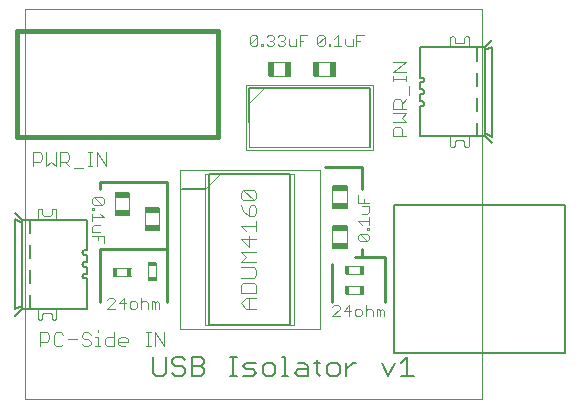
<source format=gto>
G75*
%MOIN*%
%OFA0B0*%
%FSLAX24Y24*%
%IPPOS*%
%LPD*%
%AMOC8*
5,1,8,0,0,1.08239X$1,22.5*
%
%ADD10C,0.0000*%
%ADD11C,0.0040*%
%ADD12C,0.0060*%
%ADD13C,0.0030*%
%ADD14C,0.0100*%
%ADD15C,0.0020*%
%ADD16C,0.0039*%
%ADD17C,0.0079*%
%ADD18C,0.0050*%
%ADD19R,0.0315X0.0138*%
%ADD20R,0.0138X0.0315*%
%ADD21R,0.0512X0.0197*%
%ADD22C,0.0160*%
%ADD23R,0.0197X0.0512*%
D10*
X000458Y000150D02*
X000458Y013150D01*
X015708Y013150D01*
X015708Y000150D01*
X000458Y000150D01*
D11*
X000978Y001920D02*
X000978Y002380D01*
X001208Y002380D01*
X001285Y002304D01*
X001285Y002150D01*
X001208Y002073D01*
X000978Y002073D01*
X001438Y001997D02*
X001438Y002304D01*
X001515Y002380D01*
X001668Y002380D01*
X001745Y002304D01*
X001898Y002150D02*
X002205Y002150D01*
X002359Y002227D02*
X002359Y002304D01*
X002436Y002380D01*
X002589Y002380D01*
X002666Y002304D01*
X002819Y002227D02*
X002896Y002227D01*
X002896Y001920D01*
X002819Y001920D02*
X002973Y001920D01*
X003126Y001997D02*
X003126Y002150D01*
X003203Y002227D01*
X003433Y002227D01*
X003433Y002380D02*
X003433Y001920D01*
X003203Y001920D01*
X003126Y001997D01*
X002896Y002380D02*
X002896Y002457D01*
X002589Y002150D02*
X002666Y002073D01*
X002666Y001997D01*
X002589Y001920D01*
X002436Y001920D01*
X002359Y001997D01*
X002436Y002150D02*
X002589Y002150D01*
X002436Y002150D02*
X002359Y002227D01*
X001745Y001997D02*
X001668Y001920D01*
X001515Y001920D01*
X001438Y001997D01*
X001444Y002799D02*
X001429Y002801D01*
X001414Y002805D01*
X001400Y002812D01*
X001388Y002822D01*
X001378Y002834D01*
X001371Y002848D01*
X001367Y002863D01*
X001365Y002878D01*
X001365Y002957D01*
X001363Y002972D01*
X001359Y002987D01*
X001352Y003001D01*
X001342Y003013D01*
X001330Y003023D01*
X001316Y003030D01*
X001301Y003034D01*
X001286Y003036D01*
X001129Y003036D01*
X001114Y003034D01*
X001099Y003030D01*
X001085Y003023D01*
X001073Y003013D01*
X001063Y003001D01*
X001056Y002987D01*
X001052Y002972D01*
X001050Y002957D01*
X001050Y002878D01*
X001048Y002863D01*
X001044Y002848D01*
X001037Y002834D01*
X001027Y002822D01*
X001015Y002812D01*
X001001Y002805D01*
X000986Y002801D01*
X000971Y002799D01*
X000956Y002801D01*
X000941Y002805D01*
X000927Y002812D01*
X000915Y002822D01*
X000905Y002834D01*
X000898Y002848D01*
X000894Y002863D01*
X000892Y002878D01*
X000893Y002878D02*
X000893Y003174D01*
X001444Y002799D02*
X001459Y002801D01*
X001474Y002805D01*
X001488Y002812D01*
X001500Y002822D01*
X001510Y002834D01*
X001517Y002848D01*
X001521Y002863D01*
X001523Y002878D01*
X001523Y003174D01*
X003422Y004262D02*
X003993Y004262D01*
X003993Y004538D02*
X003422Y004538D01*
X004570Y004685D02*
X004570Y004115D01*
X004845Y004115D02*
X004845Y004685D01*
X004944Y005786D02*
X004944Y006514D01*
X004471Y006514D02*
X004471Y005786D01*
X003944Y006286D02*
X003944Y007014D01*
X003471Y007014D02*
X003471Y006286D01*
X001523Y006422D02*
X001523Y006126D01*
X001365Y006343D02*
X001365Y006422D01*
X001367Y006437D01*
X001371Y006452D01*
X001378Y006466D01*
X001388Y006478D01*
X001400Y006488D01*
X001414Y006495D01*
X001429Y006499D01*
X001444Y006501D01*
X001459Y006499D01*
X001474Y006495D01*
X001488Y006488D01*
X001500Y006478D01*
X001510Y006466D01*
X001517Y006452D01*
X001521Y006437D01*
X001523Y006422D01*
X001365Y006343D02*
X001363Y006328D01*
X001359Y006313D01*
X001352Y006299D01*
X001342Y006287D01*
X001330Y006277D01*
X001316Y006270D01*
X001301Y006266D01*
X001286Y006264D01*
X001129Y006264D01*
X001114Y006266D01*
X001099Y006270D01*
X001085Y006277D01*
X001073Y006287D01*
X001063Y006299D01*
X001056Y006313D01*
X001052Y006328D01*
X001050Y006343D01*
X001050Y006422D01*
X001048Y006437D01*
X001044Y006452D01*
X001037Y006466D01*
X001027Y006478D01*
X001015Y006488D01*
X001001Y006495D01*
X000986Y006499D01*
X000971Y006501D01*
X000956Y006499D01*
X000941Y006495D01*
X000927Y006488D01*
X000915Y006478D01*
X000905Y006466D01*
X000898Y006452D01*
X000894Y006437D01*
X000892Y006422D01*
X000893Y006422D02*
X000893Y006126D01*
X002109Y007843D02*
X002416Y007843D01*
X002569Y007920D02*
X002723Y007920D01*
X002646Y007920D02*
X002646Y008380D01*
X002569Y008380D02*
X002723Y008380D01*
X002876Y008380D02*
X003183Y007920D01*
X003183Y008380D01*
X002876Y008380D02*
X002876Y007920D01*
X001955Y007920D02*
X001802Y008073D01*
X001879Y008073D02*
X001648Y008073D01*
X001648Y007920D02*
X001648Y008380D01*
X001879Y008380D01*
X001955Y008304D01*
X001955Y008150D01*
X001879Y008073D01*
X001495Y007920D02*
X001495Y008380D01*
X001188Y008380D02*
X001188Y007920D01*
X001342Y008073D01*
X001495Y007920D01*
X001035Y008150D02*
X000958Y008073D01*
X000728Y008073D01*
X000728Y007920D02*
X000728Y008380D01*
X000958Y008380D01*
X001035Y008304D01*
X001035Y008150D01*
X007667Y007040D02*
X007667Y006866D01*
X007754Y006779D01*
X008101Y006779D01*
X007754Y007126D01*
X008101Y007126D01*
X008188Y007040D01*
X008188Y006866D01*
X008101Y006779D01*
X008101Y006611D02*
X008014Y006611D01*
X007927Y006524D01*
X007927Y006264D01*
X008101Y006264D01*
X008188Y006351D01*
X008188Y006524D01*
X008101Y006611D01*
X007754Y006437D02*
X007927Y006264D01*
X007754Y006437D02*
X007667Y006611D01*
X007667Y007040D02*
X007754Y007126D01*
X008188Y006095D02*
X008188Y005748D01*
X008188Y005922D02*
X007667Y005922D01*
X007841Y005748D01*
X007927Y005580D02*
X007927Y005233D01*
X007667Y005493D01*
X008188Y005493D01*
X008188Y005064D02*
X007667Y005064D01*
X007841Y004890D01*
X007667Y004717D01*
X008188Y004717D01*
X008101Y004548D02*
X007667Y004548D01*
X008101Y004548D02*
X008188Y004462D01*
X008188Y004288D01*
X008101Y004201D01*
X007667Y004201D01*
X007754Y004033D02*
X007667Y003946D01*
X007667Y003686D01*
X008188Y003686D01*
X008188Y003946D01*
X008101Y004033D01*
X007754Y004033D01*
X007841Y003517D02*
X008188Y003517D01*
X007927Y003517D02*
X007927Y003170D01*
X007841Y003170D02*
X007667Y003343D01*
X007841Y003517D01*
X007841Y003170D02*
X008188Y003170D01*
X011172Y003662D02*
X011743Y003662D01*
X011743Y003938D02*
X011172Y003938D01*
X011172Y004312D02*
X011743Y004312D01*
X011743Y004588D02*
X011172Y004588D01*
X011194Y005186D02*
X011194Y005914D01*
X010721Y005914D02*
X010721Y005186D01*
X010721Y006536D02*
X010721Y007264D01*
X011194Y007264D02*
X011194Y006536D01*
X012727Y008920D02*
X012727Y009150D01*
X012804Y009227D01*
X012957Y009227D01*
X013034Y009150D01*
X013034Y008920D01*
X013188Y008920D02*
X012727Y008920D01*
X012727Y009380D02*
X013188Y009380D01*
X013034Y009534D01*
X013188Y009687D01*
X012727Y009687D01*
X012727Y009841D02*
X012727Y010071D01*
X012804Y010148D01*
X012957Y010148D01*
X013034Y010071D01*
X013034Y009841D01*
X013188Y009841D02*
X012727Y009841D01*
X013034Y009994D02*
X013188Y010148D01*
X013264Y010301D02*
X013264Y010608D01*
X013188Y010762D02*
X013188Y010915D01*
X013188Y010838D02*
X012727Y010838D01*
X012727Y010762D02*
X012727Y010915D01*
X012727Y011068D02*
X013188Y011375D01*
X012727Y011375D01*
X012727Y011068D02*
X013188Y011068D01*
X014643Y011876D02*
X014643Y012172D01*
X014721Y012251D02*
X014736Y012249D01*
X014751Y012245D01*
X014765Y012238D01*
X014777Y012228D01*
X014787Y012216D01*
X014794Y012202D01*
X014798Y012187D01*
X014800Y012172D01*
X014800Y012093D01*
X014802Y012078D01*
X014806Y012063D01*
X014813Y012049D01*
X014823Y012037D01*
X014835Y012027D01*
X014849Y012020D01*
X014864Y012016D01*
X014879Y012014D01*
X015036Y012014D01*
X015051Y012016D01*
X015066Y012020D01*
X015080Y012027D01*
X015092Y012037D01*
X015102Y012049D01*
X015109Y012063D01*
X015113Y012078D01*
X015115Y012093D01*
X015115Y012172D01*
X015117Y012187D01*
X015121Y012202D01*
X015128Y012216D01*
X015138Y012228D01*
X015150Y012238D01*
X015164Y012245D01*
X015179Y012249D01*
X015194Y012251D01*
X015209Y012249D01*
X015224Y012245D01*
X015238Y012238D01*
X015250Y012228D01*
X015260Y012216D01*
X015267Y012202D01*
X015271Y012187D01*
X015273Y012172D01*
X015273Y011876D01*
X014721Y012251D02*
X014706Y012249D01*
X014691Y012245D01*
X014677Y012238D01*
X014665Y012228D01*
X014655Y012216D01*
X014648Y012202D01*
X014644Y012187D01*
X014642Y012172D01*
X010822Y011386D02*
X010094Y011386D01*
X010094Y010914D02*
X010822Y010914D01*
X009322Y010914D02*
X008594Y010914D01*
X008594Y011386D02*
X009322Y011386D01*
X014643Y008924D02*
X014643Y008628D01*
X014721Y008549D02*
X014736Y008551D01*
X014751Y008555D01*
X014765Y008562D01*
X014777Y008572D01*
X014787Y008584D01*
X014794Y008598D01*
X014798Y008613D01*
X014800Y008628D01*
X014800Y008707D01*
X014802Y008722D01*
X014806Y008737D01*
X014813Y008751D01*
X014823Y008763D01*
X014835Y008773D01*
X014849Y008780D01*
X014864Y008784D01*
X014879Y008786D01*
X015036Y008786D01*
X015051Y008784D01*
X015066Y008780D01*
X015080Y008773D01*
X015092Y008763D01*
X015102Y008751D01*
X015109Y008737D01*
X015113Y008722D01*
X015115Y008707D01*
X015115Y008628D01*
X015117Y008613D01*
X015121Y008598D01*
X015128Y008584D01*
X015138Y008572D01*
X015150Y008562D01*
X015164Y008555D01*
X015179Y008551D01*
X015194Y008549D01*
X015209Y008551D01*
X015224Y008555D01*
X015238Y008562D01*
X015250Y008572D01*
X015260Y008584D01*
X015267Y008598D01*
X015271Y008613D01*
X015273Y008628D01*
X015273Y008924D01*
X014721Y008549D02*
X014706Y008551D01*
X014691Y008555D01*
X014677Y008562D01*
X014665Y008572D01*
X014655Y008584D01*
X014648Y008598D01*
X014644Y008613D01*
X014642Y008628D01*
X005121Y002380D02*
X005121Y001920D01*
X004814Y002380D01*
X004814Y001920D01*
X004661Y001920D02*
X004507Y001920D01*
X004584Y001920D02*
X004584Y002380D01*
X004507Y002380D02*
X004661Y002380D01*
X003893Y002150D02*
X003893Y002073D01*
X003587Y002073D01*
X003587Y001997D02*
X003587Y002150D01*
X003663Y002227D01*
X003817Y002227D01*
X003893Y002150D01*
X003817Y001920D02*
X003663Y001920D01*
X003587Y001997D01*
D12*
X004738Y001571D02*
X004738Y001037D01*
X004844Y000930D01*
X005058Y000930D01*
X005165Y001037D01*
X005165Y001571D01*
X005382Y001464D02*
X005382Y001357D01*
X005489Y001250D01*
X005703Y001250D01*
X005809Y001144D01*
X005809Y001037D01*
X005703Y000930D01*
X005489Y000930D01*
X005382Y001037D01*
X006027Y000930D02*
X006347Y000930D01*
X006454Y001037D01*
X006454Y001144D01*
X006347Y001250D01*
X006027Y001250D01*
X005809Y001464D02*
X005703Y001571D01*
X005489Y001571D01*
X005382Y001464D01*
X006027Y001571D02*
X006347Y001571D01*
X006454Y001464D01*
X006454Y001357D01*
X006347Y001250D01*
X006027Y000930D02*
X006027Y001571D01*
X007316Y001571D02*
X007529Y001571D01*
X007423Y001571D02*
X007423Y000930D01*
X007529Y000930D02*
X007316Y000930D01*
X007746Y000930D02*
X008066Y000930D01*
X008173Y001037D01*
X008066Y001144D01*
X007852Y001144D01*
X007746Y001250D01*
X007852Y001357D01*
X008173Y001357D01*
X008390Y001250D02*
X008390Y001037D01*
X008497Y000930D01*
X008710Y000930D01*
X008817Y001037D01*
X008817Y001250D01*
X008710Y001357D01*
X008497Y001357D01*
X008390Y001250D01*
X009035Y000930D02*
X009248Y000930D01*
X009141Y000930D02*
X009141Y001571D01*
X009035Y001571D01*
X009571Y001357D02*
X009785Y001357D01*
X009891Y001250D01*
X009891Y000930D01*
X009571Y000930D01*
X009464Y001037D01*
X009571Y001144D01*
X009891Y001144D01*
X010216Y001037D02*
X010322Y000930D01*
X010216Y001037D02*
X010216Y001464D01*
X010322Y001357D02*
X010109Y001357D01*
X010539Y001250D02*
X010539Y001037D01*
X010645Y000930D01*
X010859Y000930D01*
X010966Y001037D01*
X010966Y001250D01*
X010859Y001357D01*
X010645Y001357D01*
X010539Y001250D01*
X011183Y001144D02*
X011397Y001357D01*
X011503Y001357D01*
X011183Y001357D02*
X011183Y000930D01*
X012365Y001357D02*
X012578Y000930D01*
X012792Y001357D01*
X013009Y001357D02*
X013223Y001571D01*
X013223Y000930D01*
X013436Y000930D02*
X013009Y000930D01*
D13*
X012443Y002915D02*
X012443Y003100D01*
X012381Y003162D01*
X012319Y003100D01*
X012319Y002915D01*
X012196Y002915D02*
X012196Y003162D01*
X012258Y003162D01*
X012319Y003100D01*
X012074Y003100D02*
X012074Y002915D01*
X011828Y002915D02*
X011828Y003285D01*
X011889Y003162D02*
X012013Y003162D01*
X012074Y003100D01*
X011889Y003162D02*
X011828Y003100D01*
X011706Y003100D02*
X011706Y002977D01*
X011644Y002915D01*
X011521Y002915D01*
X011459Y002977D01*
X011459Y003100D01*
X011521Y003162D01*
X011644Y003162D01*
X011706Y003100D01*
X011338Y003100D02*
X011091Y003100D01*
X011276Y003285D01*
X011276Y002915D01*
X010970Y002915D02*
X010723Y002915D01*
X010970Y003162D01*
X010970Y003224D01*
X010908Y003285D01*
X010784Y003285D01*
X010723Y003224D01*
X011634Y005415D02*
X011572Y005477D01*
X011572Y005600D01*
X011634Y005662D01*
X011881Y005415D01*
X011943Y005477D01*
X011943Y005600D01*
X011881Y005662D01*
X011634Y005662D01*
X011881Y005783D02*
X011881Y005845D01*
X011943Y005845D01*
X011943Y005783D01*
X011881Y005783D01*
X011943Y005967D02*
X011943Y006214D01*
X011943Y006091D02*
X011572Y006091D01*
X011696Y005967D01*
X011696Y006336D02*
X011881Y006336D01*
X011943Y006398D01*
X011943Y006583D01*
X011696Y006583D01*
X011758Y006704D02*
X011758Y006828D01*
X011943Y006704D02*
X011572Y006704D01*
X011572Y006951D01*
X011634Y005415D02*
X011881Y005415D01*
X004943Y003350D02*
X004943Y003165D01*
X004819Y003165D02*
X004819Y003350D01*
X004881Y003412D01*
X004943Y003350D01*
X004819Y003350D02*
X004758Y003412D01*
X004696Y003412D01*
X004696Y003165D01*
X004574Y003165D02*
X004574Y003350D01*
X004513Y003412D01*
X004389Y003412D01*
X004328Y003350D01*
X004206Y003350D02*
X004144Y003412D01*
X004021Y003412D01*
X003959Y003350D01*
X003959Y003227D01*
X004021Y003165D01*
X004144Y003165D01*
X004206Y003227D01*
X004206Y003350D01*
X004328Y003535D02*
X004328Y003165D01*
X003838Y003350D02*
X003591Y003350D01*
X003776Y003535D01*
X003776Y003165D01*
X003470Y003165D02*
X003223Y003165D01*
X003470Y003412D01*
X003470Y003474D01*
X003408Y003535D01*
X003284Y003535D01*
X003223Y003474D01*
X003093Y005349D02*
X003093Y005596D01*
X002723Y005596D01*
X002723Y005717D02*
X002970Y005717D01*
X002908Y005596D02*
X002908Y005472D01*
X002723Y005717D02*
X002723Y005902D01*
X002784Y005964D01*
X002970Y005964D01*
X002723Y006086D02*
X002723Y006333D01*
X002723Y006455D02*
X002723Y006517D01*
X002784Y006517D01*
X002784Y006455D01*
X002723Y006455D01*
X002784Y006638D02*
X002723Y006700D01*
X002723Y006823D01*
X002784Y006885D01*
X003031Y006638D01*
X002784Y006638D01*
X003031Y006638D02*
X003093Y006700D01*
X003093Y006823D01*
X003031Y006885D01*
X002784Y006885D01*
X002970Y006333D02*
X003093Y006209D01*
X002723Y006209D01*
X008034Y011915D02*
X007973Y011977D01*
X008220Y012224D01*
X008220Y011977D01*
X008158Y011915D01*
X008034Y011915D01*
X007973Y011977D02*
X007973Y012224D01*
X008034Y012285D01*
X008158Y012285D01*
X008220Y012224D01*
X008341Y011977D02*
X008403Y011977D01*
X008403Y011915D01*
X008341Y011915D01*
X008341Y011977D01*
X008525Y011977D02*
X008587Y011915D01*
X008710Y011915D01*
X008772Y011977D01*
X008772Y012038D01*
X008710Y012100D01*
X008649Y012100D01*
X008710Y012100D02*
X008772Y012162D01*
X008772Y012224D01*
X008710Y012285D01*
X008587Y012285D01*
X008525Y012224D01*
X008893Y012224D02*
X008955Y012285D01*
X009079Y012285D01*
X009140Y012224D01*
X009140Y012162D01*
X009079Y012100D01*
X009140Y012038D01*
X009140Y011977D01*
X009079Y011915D01*
X008955Y011915D01*
X008893Y011977D01*
X009017Y012100D02*
X009079Y012100D01*
X009262Y012162D02*
X009262Y011977D01*
X009323Y011915D01*
X009509Y011915D01*
X009509Y012162D01*
X009630Y012100D02*
X009754Y012100D01*
X009630Y011915D02*
X009630Y012285D01*
X009877Y012285D01*
X010223Y012224D02*
X010284Y012285D01*
X010408Y012285D01*
X010470Y012224D01*
X010223Y011977D01*
X010284Y011915D01*
X010408Y011915D01*
X010470Y011977D01*
X010470Y012224D01*
X010591Y011977D02*
X010653Y011977D01*
X010653Y011915D01*
X010591Y011915D01*
X010591Y011977D01*
X010775Y011915D02*
X011022Y011915D01*
X010899Y011915D02*
X010899Y012285D01*
X010775Y012162D01*
X011143Y012162D02*
X011143Y011977D01*
X011205Y011915D01*
X011390Y011915D01*
X011390Y012162D01*
X011512Y012100D02*
X011635Y012100D01*
X011512Y011915D02*
X011512Y012285D01*
X011759Y012285D01*
X010223Y012224D02*
X010223Y011977D01*
D14*
X010458Y007900D02*
X011708Y007900D01*
X011708Y007150D01*
X011708Y005150D02*
X011708Y004900D01*
X011458Y004900D01*
X011708Y004900D02*
X012458Y004900D01*
X012458Y003400D01*
X010708Y003400D02*
X010708Y004650D01*
X005208Y005150D02*
X005208Y003400D01*
X002958Y003400D02*
X002958Y005150D01*
X005208Y005150D01*
X005208Y007400D01*
X002958Y007400D01*
X002958Y007150D01*
D15*
X005625Y007807D02*
X005625Y002493D01*
X010290Y002493D01*
X010290Y007807D01*
X005625Y007807D01*
X007832Y008455D02*
X007832Y010620D01*
X012084Y010620D01*
X012084Y008455D01*
X007832Y008455D01*
D16*
X007930Y008554D02*
X007930Y010522D01*
X011985Y010522D01*
X011985Y008554D01*
X007930Y008554D01*
X006981Y007670D02*
X006481Y007170D01*
X006481Y007670D02*
X006481Y002630D01*
X009434Y002630D01*
X009434Y007670D01*
X006481Y007670D01*
X007930Y010022D02*
X008430Y010522D01*
D17*
X007930Y010522D02*
X007930Y009400D01*
X007930Y010522D02*
X011985Y010522D01*
X011985Y008554D01*
X009296Y007670D02*
X009296Y002630D01*
X006619Y002630D01*
X006619Y007670D01*
X009296Y007670D01*
X006481Y007166D02*
X005723Y007166D01*
X012788Y006611D02*
X013536Y006611D01*
X012788Y006611D02*
X012788Y001689D01*
X013536Y001689D01*
X012788Y001689D02*
X018458Y001689D01*
X015308Y001689D01*
X012788Y001689D02*
X012788Y006611D01*
X018458Y006611D01*
X015308Y006611D01*
X018458Y006611D02*
X018458Y001689D01*
X018458Y006611D01*
D18*
X016040Y008687D02*
X015804Y008924D01*
X015804Y009022D01*
X016040Y008904D01*
X016040Y011896D01*
X015804Y011778D01*
X015804Y011876D01*
X016040Y012113D01*
X015804Y011876D02*
X014643Y011876D01*
X013639Y011876D01*
X013639Y010872D01*
X013698Y010872D01*
X013777Y010794D02*
X013775Y010776D01*
X013769Y010760D01*
X013760Y010745D01*
X013747Y010732D01*
X013732Y010723D01*
X013716Y010717D01*
X013698Y010715D01*
X013639Y010715D01*
X013639Y010479D01*
X013698Y010479D01*
X013777Y010400D02*
X013775Y010382D01*
X013769Y010366D01*
X013760Y010351D01*
X013747Y010338D01*
X013732Y010329D01*
X013716Y010323D01*
X013698Y010321D01*
X013639Y010321D01*
X013639Y010085D01*
X013698Y010085D01*
X013777Y010006D02*
X013775Y009988D01*
X013769Y009972D01*
X013760Y009957D01*
X013747Y009944D01*
X013732Y009935D01*
X013716Y009929D01*
X013698Y009927D01*
X013698Y009928D02*
X013639Y009928D01*
X013639Y008924D01*
X015804Y008924D01*
X015804Y009022D02*
X015804Y011778D01*
X015529Y011876D02*
X015529Y011433D01*
X015529Y011040D02*
X015529Y010597D01*
X015529Y010203D02*
X015529Y009760D01*
X015529Y009367D02*
X015529Y008924D01*
X015332Y008924D01*
X014584Y008924D02*
X014426Y008924D01*
X013639Y009593D02*
X013639Y009809D01*
X013777Y010006D02*
X013775Y010024D01*
X013769Y010040D01*
X013760Y010055D01*
X013747Y010068D01*
X013732Y010077D01*
X013716Y010083D01*
X013698Y010085D01*
X013777Y010400D02*
X013775Y010418D01*
X013769Y010434D01*
X013760Y010449D01*
X013747Y010462D01*
X013732Y010471D01*
X013716Y010477D01*
X013698Y010479D01*
X013777Y010794D02*
X013775Y010812D01*
X013769Y010828D01*
X013760Y010843D01*
X013747Y010856D01*
X013732Y010865D01*
X013716Y010871D01*
X013698Y010873D01*
X013639Y010991D02*
X013639Y011207D01*
X014426Y011876D02*
X014584Y011876D01*
X015332Y011876D02*
X015529Y011876D01*
X002527Y006126D02*
X002527Y005122D01*
X002468Y005122D01*
X002389Y005044D02*
X002391Y005026D01*
X002397Y005010D01*
X002406Y004995D01*
X002419Y004982D01*
X002434Y004973D01*
X002450Y004967D01*
X002468Y004965D01*
X002527Y004965D01*
X002527Y004729D01*
X002468Y004729D01*
X002389Y004650D02*
X002391Y004632D01*
X002397Y004616D01*
X002406Y004601D01*
X002419Y004588D01*
X002434Y004579D01*
X002450Y004573D01*
X002468Y004571D01*
X002527Y004571D01*
X002527Y004335D01*
X002468Y004335D01*
X002389Y004256D02*
X002391Y004238D01*
X002397Y004222D01*
X002406Y004207D01*
X002419Y004194D01*
X002434Y004185D01*
X002450Y004179D01*
X002468Y004177D01*
X002468Y004178D02*
X002527Y004178D01*
X002527Y003174D01*
X001523Y003174D01*
X000361Y003174D01*
X000125Y002937D01*
X000125Y003154D02*
X000361Y003272D01*
X000361Y003174D01*
X000361Y003272D02*
X000361Y006028D01*
X000125Y006146D01*
X000125Y003154D01*
X000637Y003174D02*
X000637Y003617D01*
X000637Y004010D02*
X000637Y004453D01*
X000637Y004847D02*
X000637Y005290D01*
X000637Y005683D02*
X000637Y006126D01*
X000834Y006126D01*
X000361Y006126D02*
X000361Y006028D01*
X000361Y006126D02*
X000125Y006363D01*
X000361Y006126D02*
X002527Y006126D01*
X001739Y006126D02*
X001582Y006126D01*
X002527Y005457D02*
X002527Y005241D01*
X002468Y005123D02*
X002450Y005121D01*
X002434Y005115D01*
X002419Y005106D01*
X002406Y005093D01*
X002397Y005078D01*
X002391Y005062D01*
X002389Y005044D01*
X002468Y004729D02*
X002450Y004727D01*
X002434Y004721D01*
X002419Y004712D01*
X002406Y004699D01*
X002397Y004684D01*
X002391Y004668D01*
X002389Y004650D01*
X002468Y004335D02*
X002450Y004333D01*
X002434Y004327D01*
X002419Y004318D01*
X002406Y004305D01*
X002397Y004290D01*
X002391Y004274D01*
X002389Y004256D01*
X002527Y004059D02*
X002527Y003843D01*
X001739Y003174D02*
X001582Y003174D01*
X000834Y003174D02*
X000637Y003174D01*
D19*
X004708Y004154D03*
X004708Y004646D03*
D20*
X003954Y004400D03*
X003462Y004400D03*
X011212Y004450D03*
X011704Y004450D03*
X011704Y003800D03*
X011212Y003800D03*
D21*
X010958Y005255D03*
X010958Y005845D03*
X010958Y006605D03*
X010958Y007195D03*
X004708Y006445D03*
X004708Y005855D03*
X003708Y006355D03*
X003708Y006945D03*
D22*
X006895Y008878D02*
X000202Y008878D01*
X000202Y012422D01*
X006895Y012422D01*
X006895Y008878D01*
D23*
X008662Y011150D03*
X009253Y011150D03*
X010162Y011150D03*
X010753Y011150D03*
M02*

</source>
